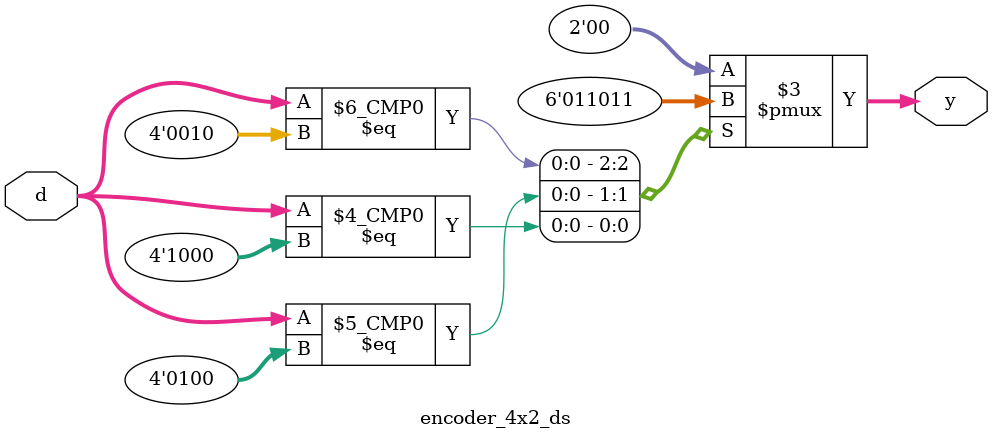
<source format=v>
module encoder_4x2_ds(input [3:0]d,
                      output reg [1:0]y);
                             
		always@(*)
          begin
            case(d)
              4'b0001 : y = 2'b00;
              4'b0010 : y = 2'b01;
              4'b0100 : y = 2'b10;
              4'b1000 : y = 2'b11;
              default y = 1'b0;
            endcase
          end
endmodule           

</source>
